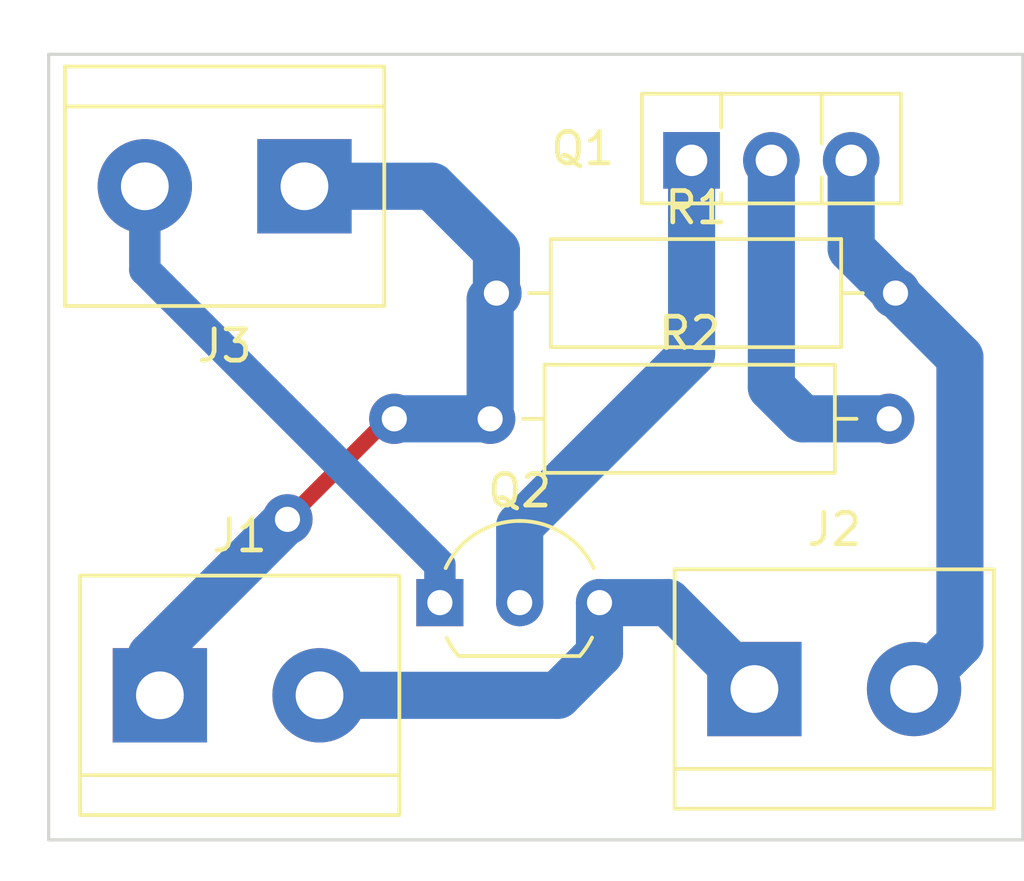
<source format=kicad_pcb>
(kicad_pcb (version 20221018) (generator pcbnew)
  (layers (0 "F.Cu" signal) (31 "B.Cu" signal) (34 "B.Paste" user) (35 "F.Paste" user) (36 "B.SilkS" user "B.Silkscreen") (37 "F.SilkS" user "F.Silkscreen") (38 "B.Mask" user) (39 "F.Mask" user) (44 "Edge.Cuts" user))
  (net 0 "")
  (net 1 "GND")
  (net 2 "VCC")
  (net 3 "Net-(J2-Pad2)")
  (net 4 "Net-(J3-Pad2)")
  (net 5 "Net-(Q1-Pad1)")
  (net 6 "Net-(Q1-Pad2)")
  (footprint "Package_TO_SOT_THT:TO-126-3_Vertical" (layer "F.Cu") (at 144.92 91.5925)
    (fp_text reference "Q1" (at -3.46 -0.375) (layer "F.SilkS"))
    (fp_text value "BD139")
    (fp_line (start -1.58 -2.12) (end -1.58 1.37) (stroke (width 0.12)) (layer "F.SilkS"))
    (fp_line (start -1.58 -2.12) (end 6.66 -2.12) (stroke (width 0.12)) (layer "F.SilkS"))
    (fp_line (start -1.58 1.37) (end 6.66 1.37) (stroke (width 0.12)) (layer "F.SilkS"))
    (fp_line (start 0.94 -2.12) (end 0.94 -1.05) (stroke (width 0.12)) (layer "F.SilkS"))
    (fp_line (start 0.94 1.05) (end 0.94 1.37) (stroke (width 0.12)) (layer "F.SilkS"))
    (fp_line (start 4.141 -2.12) (end 4.141 -0.54) (stroke (width 0.12)) (layer "F.SilkS"))
    (fp_line (start 4.141 0.54) (end 4.141 1.37) (stroke (width 0.12)) (layer "F.SilkS"))
    (fp_line (start 6.66 -2.12) (end 6.66 1.37) (stroke (width 0.12)) (layer "F.SilkS"))
    (pad "1" thru_hole rect (at 0 0) (size 1.8 1.8) (drill 1) (layers "*.Cu" "*.Mask") (net 5 "Net-(Q1-Pad1)"))
    (pad "2" thru_hole oval (at 2.54 0) (size 1.8 1.8) (drill 1) (layers "*.Cu" "*.Mask") (net 6 "Net-(Q1-Pad2)"))
    (pad "3" thru_hole oval (at 5.08 0) (size 1.8 1.8) (drill 1) (layers "*.Cu" "*.Mask") (net 3 "Net-(J2-Pad2)"))
  )
  (footprint "TerminalBlock:TerminalBlock_bornier-2_P5.08mm" (layer "F.Cu") (at 128 108.6175)
    (fp_text reference "J1" (at 2.54 -5.08) (layer "F.SilkS"))
    (fp_text value "Conn_01x02")
    (fp_line (start -2.54 -3.81) (end -2.54 3.81) (stroke (width 0.12)) (layer "F.SilkS"))
    (fp_line (start -2.54 3.81) (end 7.62 3.81) (stroke (width 0.12)) (layer "F.SilkS"))
    (fp_line (start 7.62 -3.81) (end -2.54 -3.81) (stroke (width 0.12)) (layer "F.SilkS"))
    (fp_line (start 7.62 2.54) (end -2.54 2.54) (stroke (width 0.12)) (layer "F.SilkS"))
    (fp_line (start 7.62 3.81) (end 7.62 -3.81) (stroke (width 0.12)) (layer "F.SilkS"))
    (pad "1" thru_hole rect (at 0 0) (size 3 3) (drill 1.52) (layers "*.Cu" "*.Mask") (net 2 "VCC"))
    (pad "2" thru_hole circle (at 5.08 0) (size 3 3) (drill 1.52) (layers "*.Cu" "*.Mask") (net 1 "GND"))
  )
  (footprint "Resistor_THT:R_Axial_DIN0309_L9.0mm_D3.2mm_P12.70mm_Horizontal" (layer "F.Cu") (at 138.51 99.8175)
    (fp_text reference "R2" (at 6.35 -2.72) (layer "F.SilkS"))
    (fp_text value "1K")
    (fp_line (start 1.04 0) (end 1.73 0) (stroke (width 0.12)) (layer "F.SilkS"))
    (fp_line (start 1.73 -1.72) (end 1.73 1.72) (stroke (width 0.12)) (layer "F.SilkS"))
    (fp_line (start 1.73 1.72) (end 10.97 1.72) (stroke (width 0.12)) (layer "F.SilkS"))
    (fp_line (start 10.97 -1.72) (end 1.73 -1.72) (stroke (width 0.12)) (layer "F.SilkS"))
    (fp_line (start 10.97 1.72) (end 10.97 -1.72) (stroke (width 0.12)) (layer "F.SilkS"))
    (fp_line (start 11.66 0) (end 10.97 0) (stroke (width 0.12)) (layer "F.SilkS"))
    (pad "1" thru_hole circle (at 0 0) (size 1.6 1.6) (drill 0.8) (layers "*.Cu" "*.Mask") (net 2 "VCC"))
    (pad "2" thru_hole oval (at 12.7 0) (size 1.6 1.6) (drill 0.8) (layers "*.Cu" "*.Mask") (net 6 "Net-(Q1-Pad2)"))
  )
  (footprint "Package_TO_SOT_THT:TO-92L_Inline_Wide" (layer "F.Cu") (at 136.91 105.6675)
    (fp_text reference "Q2" (at 2.54 -3.56) (layer "F.SilkS"))
    (fp_text value "BC547")
    (fp_line (start 0.6 1.7) (end 4.45 1.7) (stroke (width 0.12)) (layer "F.SilkS"))
    (fp_arc (start 0.1836 -1.098807) (mid 1.143021 -2.192817) (end 2.54 -2.6) (stroke (width 0.12)) (layer "F.SilkS"))
    (fp_arc (start 0.6 1.7) (mid 0.389183 1.423933) (end 0.217369 1.122045) (stroke (width 0.12)) (layer "F.SilkS"))
    (fp_arc (start 2.54 -2.6) (mid 3.936979 -2.192818) (end 4.8964 -1.098807) (stroke (width 0.12)) (layer "F.SilkS"))
    (fp_arc (start 4.842383 1.112264) (mid 4.666594 1.419753) (end 4.45 1.7) (stroke (width 0.12)) (layer "F.SilkS"))
    (pad "1" thru_hole rect (at 0 0) (size 1.5 1.5) (drill 0.8) (layers "*.Cu" "*.Mask") (net 4 "Net-(J3-Pad2)"))
    (pad "2" thru_hole circle (at 2.54 0) (size 1.5 1.5) (drill 0.8) (layers "*.Cu" "*.Mask") (net 5 "Net-(Q1-Pad1)"))
    (pad "3" thru_hole circle (at 5.08 0) (size 1.5 1.5) (drill 0.8) (layers "*.Cu" "*.Mask") (net 1 "GND"))
  )
  (footprint "Resistor_THT:R_Axial_DIN0309_L9.0mm_D3.2mm_P12.70mm_Horizontal" (layer "F.Cu") (at 138.71 95.8175)
    (fp_text reference "R1" (at 6.35 -2.72) (layer "F.SilkS"))
    (fp_text value "47K")
    (fp_line (start 1.04 0) (end 1.73 0) (stroke (width 0.12)) (layer "F.SilkS"))
    (fp_line (start 1.73 -1.72) (end 1.73 1.72) (stroke (width 0.12)) (layer "F.SilkS"))
    (fp_line (start 1.73 1.72) (end 10.97 1.72) (stroke (width 0.12)) (layer "F.SilkS"))
    (fp_line (start 10.97 -1.72) (end 1.73 -1.72) (stroke (width 0.12)) (layer "F.SilkS"))
    (fp_line (start 10.97 1.72) (end 10.97 -1.72) (stroke (width 0.12)) (layer "F.SilkS"))
    (fp_line (start 11.66 0) (end 10.97 0) (stroke (width 0.12)) (layer "F.SilkS"))
    (pad "1" thru_hole circle (at 0 0) (size 1.6 1.6) (drill 0.8) (layers "*.Cu" "*.Mask") (net 2 "VCC"))
    (pad "2" thru_hole oval (at 12.7 0) (size 1.6 1.6) (drill 0.8) (layers "*.Cu" "*.Mask") (net 3 "Net-(J2-Pad2)"))
  )
  (footprint "TerminalBlock:TerminalBlock_bornier-2_P5.08mm" (layer "F.Cu") (at 146.92 108.4175)
    (fp_text reference "J2" (at 2.54 -5.08) (layer "F.SilkS"))
    (fp_text value "Conn_01x02")
    (fp_line (start -2.54 -3.81) (end -2.54 3.81) (stroke (width 0.12)) (layer "F.SilkS"))
    (fp_line (start -2.54 3.81) (end 7.62 3.81) (stroke (width 0.12)) (layer "F.SilkS"))
    (fp_line (start 7.62 -3.81) (end -2.54 -3.81) (stroke (width 0.12)) (layer "F.SilkS"))
    (fp_line (start 7.62 2.54) (end -2.54 2.54) (stroke (width 0.12)) (layer "F.SilkS"))
    (fp_line (start 7.62 3.81) (end 7.62 -3.81) (stroke (width 0.12)) (layer "F.SilkS"))
    (pad "1" thru_hole rect (at 0 0) (size 3 3) (drill 1.52) (layers "*.Cu" "*.Mask") (net 1 "GND"))
    (pad "2" thru_hole circle (at 5.08 0) (size 3 3) (drill 1.52) (layers "*.Cu" "*.Mask") (net 3 "Net-(J2-Pad2)"))
  )
  (footprint "TerminalBlock:TerminalBlock_bornier-2_P5.08mm" (layer "F.Cu") (at 132.6 92.4175 180)
    (fp_text reference "J3" (at 2.54 -5.08) (layer "F.SilkS"))
    (fp_text value "Conn_01x02")
    (fp_line (start -2.54 -3.81) (end -2.54 3.81) (stroke (width 0.12)) (layer "F.SilkS"))
    (fp_line (start -2.54 3.81) (end 7.62 3.81) (stroke (width 0.12)) (layer "F.SilkS"))
    (fp_line (start 7.62 -3.81) (end -2.54 -3.81) (stroke (width 0.12)) (layer "F.SilkS"))
    (fp_line (start 7.62 2.54) (end -2.54 2.54) (stroke (width 0.12)) (layer "F.SilkS"))
    (fp_line (start 7.62 3.81) (end 7.62 -3.81) (stroke (width 0.12)) (layer "F.SilkS"))
    (pad "1" thru_hole rect (at 0 0 180) (size 3 3) (drill 1.52) (layers "*.Cu" "*.Mask") (net 2 "VCC"))
    (pad "2" thru_hole circle (at 5.08 0 180) (size 3 3) (drill 1.52) (layers "*.Cu" "*.Mask") (net 4 "Net-(J3-Pad2)"))
  )
  (footprint "MountingHole:MountingHole_3.2mm_M3" (layer "F.Cu") (at 128.06 100.4175)
    (fp_text reference "H1" hide)
    (fp_text value "MountingHole")
    (pad "" np_thru_hole circle (at 0 0) (size 3.2 3.2) (drill 3.2) (layers "*.Cu" "*.Mask"))
  )
  (gr_line (start 124.46 88.2175) (end 155.46 88.2175) (stroke (width 0.1)) (layer "Edge.Cuts"))
  (gr_line (start 155.46 88.2175) (end 155.46 113.2175) (stroke (width 0.1)) (layer "Edge.Cuts"))
  (gr_line (start 155.46 113.2175) (end 124.46 113.2175) (stroke (width 0.1)) (layer "Edge.Cuts"))
  (gr_line (start 124.46 113.2175) (end 124.46 88.2175) (stroke (width 0.1)) (layer "Edge.Cuts"))
  (segment (start 140.66 108.6175) (end 141.99 107.2875) (width 1.5) (layer "B.Cu") (net 1))
  (segment (start 132.8 108.6175) (end 140.66 108.6175) (width 1.5) (layer "B.Cu") (net 1))
  (segment (start 141.99 105.6675) (end 144.17 105.6675) (width 1.5) (layer "B.Cu") (net 1))
  (segment (start 144.17 105.6675) (end 146.92 108.4175) (width 1.5) (layer "B.Cu") (net 1))
  (segment (start 141.99 107.2875) (end 141.99 105.6675) (width 1.5) (layer "B.Cu") (net 1))
  (segment (start 135.46 99.8175) (end 135.26 99.8175) (width 0.5) (layer "F.Cu") (net 2))
  (segment (start 135.26 99.8175) (end 132.06 103.0175) (width 0.5) (layer "F.Cu") (net 2))
  (via (at 135.46 99.8175) (size 1.6) (drill 0.8) (layers "F.Cu" "B.Cu") (net 2))
  (via (at 132.06 103.0175) (size 1.6) (drill 0.8) (layers "F.Cu" "B.Cu") (net 2))
  (segment (start 138.51 96.0175) (end 138.71 95.8175) (width 1.5) (layer "B.Cu") (net 2))
  (segment (start 136.66 92.4175) (end 138.71 94.4675) (width 1.5) (layer "B.Cu") (net 2))
  (segment (start 138.71 94.4675) (end 138.71 95.8175) (width 1.5) (layer "B.Cu") (net 2))
  (segment (start 138.51 99.8175) (end 135.46 99.8175) (width 1.5) (layer "B.Cu") (net 2))
  (segment (start 132.06 103.0175) (end 127.72 107.3575) (width 1.5) (layer "B.Cu") (net 2))
  (segment (start 127.72 107.3575) (end 127.72 108.6175) (width 1.5) (layer "B.Cu") (net 2))
  (segment (start 138.51 99.8175) (end 138.51 96.0175) (width 1.5) (layer "B.Cu") (net 2))
  (segment (start 132.6 92.4175) (end 136.66 92.4175) (width 1.5) (layer "B.Cu") (net 2))
  (segment (start 150 94.4075) (end 151.41 95.8175) (width 1.5) (layer "B.Cu") (net 3))
  (segment (start 153.46 106.9575) (end 152 108.4175) (width 1.5) (layer "B.Cu") (net 3))
  (segment (start 151.41 95.8175) (end 153.46 97.8675) (width 1.5) (layer "B.Cu") (net 3))
  (segment (start 153.46 97.8675) (end 153.46 106.9575) (width 1.5) (layer "B.Cu") (net 3))
  (segment (start 150 91.5925) (end 150 94.4075) (width 1.5) (layer "B.Cu") (net 3))
  (segment (start 127.52 92.4175) (end 127.52 95.0775) (width 1) (layer "B.Cu") (net 4))
  (segment (start 127.52 95.0775) (end 136.91 104.4675) (width 1) (layer "B.Cu") (net 4))
  (segment (start 136.91 104.4675) (end 136.91 105.6675) (width 1) (layer "B.Cu") (net 4))
  (segment (start 139.45 103.2275) (end 139.45 105.6675) (width 1.5) (layer "B.Cu") (net 5))
  (segment (start 144.92 91.5925) (end 144.92 97.7575) (width 1.5) (layer "B.Cu") (net 5))
  (segment (start 144.92 97.7575) (end 139.45 103.2275) (width 1.5) (layer "B.Cu") (net 5))
  (segment (start 148.46 99.8175) (end 151.21 99.8175) (width 1.5) (layer "B.Cu") (net 6))
  (segment (start 147.46 91.5925) (end 147.46 98.8175) (width 1.5) (layer "B.Cu") (net 6))
  (segment (start 147.46 98.8175) (end 148.46 99.8175) (width 1.5) (layer "B.Cu") (net 6))
)
</source>
